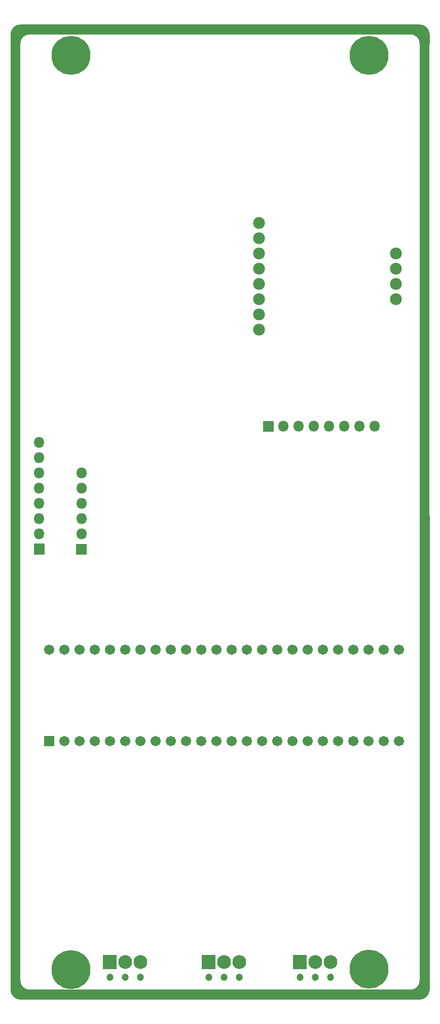
<source format=gbr>
%TF.GenerationSoftware,KiCad,Pcbnew,5.1.10*%
%TF.CreationDate,2021-10-08T11:52:48-05:00*%
%TF.ProjectId,FCB-Lite,4643422d-4c69-4746-952e-6b696361645f,A*%
%TF.SameCoordinates,Original*%
%TF.FileFunction,Soldermask,Bot*%
%TF.FilePolarity,Negative*%
%FSLAX46Y46*%
G04 Gerber Fmt 4.6, Leading zero omitted, Abs format (unit mm)*
G04 Created by KiCad (PCBNEW 5.1.10) date 2021-10-08 11:52:48*
%MOMM*%
%LPD*%
G01*
G04 APERTURE LIST*
%ADD10C,0.150000*%
%ADD11C,0.100000*%
%ADD12O,1.801600X1.801600*%
%ADD13C,1.701600*%
%ADD14C,1.981200*%
%ADD15C,1.201600*%
%ADD16C,2.301600*%
%ADD17C,0.901600*%
%ADD18C,6.501600*%
G04 APERTURE END LIST*
D10*
G36*
X100800000Y-185900000D02*
G01*
X99300000Y-185900000D01*
X99272400Y-26700000D01*
X100772400Y-26700000D01*
X100800000Y-185900000D01*
G37*
X100800000Y-185900000D02*
X99300000Y-185900000D01*
X99272400Y-26700000D01*
X100772400Y-26700000D01*
X100800000Y-185900000D01*
X32550000Y-25100000D02*
G75*
G03*
X30950000Y-26700000I0J-1600000D01*
G01*
G36*
X99600000Y-25200000D02*
G01*
X100200000Y-25500000D01*
X100500000Y-25900000D01*
X100700000Y-26300000D01*
X100800000Y-26700000D01*
X100800000Y-28200000D01*
X99300000Y-28200000D01*
X99200000Y-27600000D01*
X99000000Y-27200000D01*
X98700000Y-26900000D01*
X98300000Y-26700000D01*
X97800000Y-26600000D01*
X97800000Y-25100000D01*
X99200000Y-25100000D01*
X99600000Y-25200000D01*
G37*
X99600000Y-25200000D02*
X100200000Y-25500000D01*
X100500000Y-25900000D01*
X100700000Y-26300000D01*
X100800000Y-26700000D01*
X100800000Y-28200000D01*
X99300000Y-28200000D01*
X99200000Y-27600000D01*
X99000000Y-27200000D01*
X98700000Y-26900000D01*
X98300000Y-26700000D01*
X97800000Y-26600000D01*
X97800000Y-25100000D01*
X99200000Y-25100000D01*
X99600000Y-25200000D01*
X30950000Y-185900000D02*
G75*
G03*
X32550000Y-187500000I1600000J0D01*
G01*
G36*
X32550000Y-185000000D02*
G01*
X32750000Y-185400000D01*
X33050000Y-185700000D01*
X33450000Y-185900000D01*
X33950000Y-186000000D01*
X33950000Y-187500000D01*
X32550000Y-187500000D01*
X32150000Y-187400000D01*
X31550000Y-187100000D01*
X31250000Y-186700000D01*
X31050000Y-186300000D01*
X30950000Y-185900000D01*
X30950000Y-184400000D01*
X32450000Y-184400000D01*
X32550000Y-185000000D01*
G37*
X32550000Y-185000000D02*
X32750000Y-185400000D01*
X33050000Y-185700000D01*
X33450000Y-185900000D01*
X33950000Y-186000000D01*
X33950000Y-187500000D01*
X32550000Y-187500000D01*
X32150000Y-187400000D01*
X31550000Y-187100000D01*
X31250000Y-186700000D01*
X31050000Y-186300000D01*
X30950000Y-185900000D01*
X30950000Y-184400000D01*
X32450000Y-184400000D01*
X32550000Y-185000000D01*
X34050000Y-26600000D02*
G75*
G03*
X32450000Y-28200000I0J-1600000D01*
G01*
D11*
G36*
X100800000Y-185900000D02*
G01*
X100700000Y-186300000D01*
X100500000Y-186700000D01*
X100200000Y-187100000D01*
X99600000Y-187400000D01*
X99200000Y-187500000D01*
X97800000Y-187500000D01*
X97800000Y-186000000D01*
X98300000Y-185900000D01*
X98700000Y-185700000D01*
X99000000Y-185400000D01*
X99200000Y-185000000D01*
X99300000Y-184400000D01*
X100800000Y-184400000D01*
X100800000Y-185900000D01*
G37*
X100800000Y-185900000D02*
X100700000Y-186300000D01*
X100500000Y-186700000D01*
X100200000Y-187100000D01*
X99600000Y-187400000D01*
X99200000Y-187500000D01*
X97800000Y-187500000D01*
X97800000Y-186000000D01*
X98300000Y-185900000D01*
X98700000Y-185700000D01*
X99000000Y-185400000D01*
X99200000Y-185000000D01*
X99300000Y-184400000D01*
X100800000Y-184400000D01*
X100800000Y-185900000D01*
D10*
G36*
X99250000Y-187500000D02*
G01*
X32550000Y-187500000D01*
X32550000Y-186000000D01*
X99250000Y-186000000D01*
X99250000Y-187500000D01*
G37*
X99250000Y-187500000D02*
X32550000Y-187500000D01*
X32550000Y-186000000D01*
X99250000Y-186000000D01*
X99250000Y-187500000D01*
X100800000Y-26700000D02*
G75*
G03*
X99200000Y-25100000I-1600000J0D01*
G01*
G36*
X32450000Y-185900000D02*
G01*
X30950000Y-185900000D01*
X30950000Y-26700000D01*
X32450000Y-26700000D01*
X32450000Y-185900000D01*
G37*
X32450000Y-185900000D02*
X30950000Y-185900000D01*
X30950000Y-26700000D01*
X32450000Y-26700000D01*
X32450000Y-185900000D01*
G36*
X99250000Y-26600000D02*
G01*
X34050000Y-26600000D01*
X34050000Y-25100000D01*
X99250000Y-25100000D01*
X99250000Y-26600000D01*
G37*
X99250000Y-26600000D02*
X34050000Y-26600000D01*
X34050000Y-25100000D01*
X99250000Y-25100000D01*
X99250000Y-26600000D01*
X99300000Y-184400000D02*
G75*
G02*
X97700000Y-186000000I-1600000J0D01*
G01*
X99300000Y-28200000D02*
G75*
G03*
X97700000Y-26600000I-1600000J0D01*
G01*
X32450000Y-184400000D02*
G75*
G03*
X34050000Y-186000000I1600000J0D01*
G01*
G36*
X34050000Y-26600000D02*
G01*
X33450000Y-26700000D01*
X33050000Y-26900000D01*
X32750000Y-27200000D01*
X32550000Y-27600000D01*
X32450000Y-28100000D01*
X30950000Y-28100000D01*
X30950000Y-26700000D01*
X31050000Y-26300000D01*
X31350000Y-25700000D01*
X31750000Y-25400000D01*
X32150000Y-25200000D01*
X32550000Y-25100000D01*
X34050000Y-25100000D01*
X34050000Y-26600000D01*
G37*
X34050000Y-26600000D02*
X33450000Y-26700000D01*
X33050000Y-26900000D01*
X32750000Y-27200000D01*
X32550000Y-27600000D01*
X32450000Y-28100000D01*
X30950000Y-28100000D01*
X30950000Y-26700000D01*
X31050000Y-26300000D01*
X31350000Y-25700000D01*
X31750000Y-25400000D01*
X32150000Y-25200000D01*
X32550000Y-25100000D01*
X34050000Y-25100000D01*
X34050000Y-26600000D01*
X100800000Y-185900000D02*
G75*
G02*
X99200000Y-187500000I-1600000J0D01*
G01*
D12*
%TO.C,J203*%
X35660000Y-94690000D03*
X35660000Y-97230000D03*
X35660000Y-99770000D03*
X35660000Y-102310000D03*
X35660000Y-104850000D03*
X35660000Y-107390000D03*
X35660000Y-109930000D03*
G36*
G01*
X36560800Y-111620000D02*
X36560800Y-113320000D01*
G75*
G02*
X36510000Y-113370800I-50800J0D01*
G01*
X34810000Y-113370800D01*
G75*
G02*
X34759200Y-113320000I0J50800D01*
G01*
X34759200Y-111620000D01*
G75*
G02*
X34810000Y-111569200I50800J0D01*
G01*
X36510000Y-111569200D01*
G75*
G02*
X36560800Y-111620000I0J-50800D01*
G01*
G37*
%TD*%
%TO.C,J202*%
X91730000Y-92000000D03*
X89190000Y-92000000D03*
X86650000Y-92000000D03*
X84110000Y-92000000D03*
X81570000Y-92000000D03*
X79030000Y-92000000D03*
X76490000Y-92000000D03*
G36*
G01*
X74800000Y-92900800D02*
X73100000Y-92900800D01*
G75*
G02*
X73049200Y-92850000I0J50800D01*
G01*
X73049200Y-91150000D01*
G75*
G02*
X73100000Y-91099200I50800J0D01*
G01*
X74800000Y-91099200D01*
G75*
G02*
X74850800Y-91150000I0J-50800D01*
G01*
X74850800Y-92850000D01*
G75*
G02*
X74800000Y-92900800I-50800J0D01*
G01*
G37*
%TD*%
%TO.C,J201*%
X42736000Y-99800000D03*
X42736000Y-102340000D03*
X42736000Y-104880000D03*
X42736000Y-107420000D03*
X42736000Y-109960000D03*
G36*
G01*
X43636800Y-111650000D02*
X43636800Y-113350000D01*
G75*
G02*
X43586000Y-113400800I-50800J0D01*
G01*
X41886000Y-113400800D01*
G75*
G02*
X41835200Y-113350000I0J50800D01*
G01*
X41835200Y-111650000D01*
G75*
G02*
X41886000Y-111599200I50800J0D01*
G01*
X43586000Y-111599200D01*
G75*
G02*
X43636800Y-111650000I0J-50800D01*
G01*
G37*
%TD*%
D13*
%TO.C,U1*%
X77940000Y-144480000D03*
X80480000Y-144480000D03*
X83020000Y-144480000D03*
X85560000Y-144480000D03*
X75400000Y-144480000D03*
X72860000Y-144480000D03*
X70320000Y-144480000D03*
X88100000Y-144480000D03*
X90640000Y-144480000D03*
X93180000Y-144480000D03*
X95720000Y-144480000D03*
X95720000Y-129240000D03*
X93180000Y-129240000D03*
X90640000Y-129240000D03*
X88100000Y-129240000D03*
X85560000Y-129240000D03*
X83020000Y-129240000D03*
X80480000Y-129240000D03*
X77940000Y-129240000D03*
X75400000Y-129240000D03*
X72860000Y-129240000D03*
X67780000Y-144480000D03*
X65240000Y-144480000D03*
X62700000Y-144480000D03*
X60160000Y-144480000D03*
X57620000Y-144480000D03*
X55080000Y-144480000D03*
X52540000Y-144480000D03*
X50000000Y-144480000D03*
X47460000Y-144480000D03*
X44920000Y-144480000D03*
X42380000Y-144480000D03*
X39840000Y-144480000D03*
G36*
G01*
X36449200Y-145280000D02*
X36449200Y-143680000D01*
G75*
G02*
X36500000Y-143629200I50800J0D01*
G01*
X38100000Y-143629200D01*
G75*
G02*
X38150800Y-143680000I0J-50800D01*
G01*
X38150800Y-145280000D01*
G75*
G02*
X38100000Y-145330800I-50800J0D01*
G01*
X36500000Y-145330800D01*
G75*
G02*
X36449200Y-145280000I0J50800D01*
G01*
G37*
X70320000Y-129240000D03*
X67780000Y-129240000D03*
X65240000Y-129240000D03*
X62700000Y-129240000D03*
X60160000Y-129240000D03*
X57620000Y-129240000D03*
X55080000Y-129240000D03*
X52540000Y-129240000D03*
X50000000Y-129240000D03*
X47460000Y-129240000D03*
X44920000Y-129240000D03*
X42380000Y-129240000D03*
X39840000Y-129240000D03*
X37300000Y-129240000D03*
%TD*%
D14*
%TO.C,U105*%
X72351000Y-58155500D03*
X72351000Y-60695600D03*
X72351000Y-63235700D03*
X72351000Y-65775800D03*
X72351000Y-68315900D03*
X72351000Y-70856000D03*
X72351000Y-73396100D03*
X72351000Y-75936200D03*
X95211000Y-63235500D03*
X95211000Y-65775500D03*
X95211000Y-68315500D03*
X95211000Y-70855500D03*
%TD*%
D15*
%TO.C,J109*%
X84290000Y-183850000D03*
D16*
X84290000Y-181310000D03*
D15*
X81750000Y-183850000D03*
D16*
X81750000Y-181310000D03*
D15*
X79210000Y-183850000D03*
G36*
G01*
X78059200Y-182410000D02*
X78059200Y-180210000D01*
G75*
G02*
X78110000Y-180159200I50800J0D01*
G01*
X80310000Y-180159200D01*
G75*
G02*
X80360800Y-180210000I0J-50800D01*
G01*
X80360800Y-182410000D01*
G75*
G02*
X80310000Y-182460800I-50800J0D01*
G01*
X78110000Y-182460800D01*
G75*
G02*
X78059200Y-182410000I0J50800D01*
G01*
G37*
%TD*%
%TO.C,J108*%
X69050000Y-183850000D03*
D16*
X69050000Y-181310000D03*
D15*
X66510000Y-183850000D03*
D16*
X66510000Y-181310000D03*
D15*
X63970000Y-183850000D03*
G36*
G01*
X62819200Y-182410000D02*
X62819200Y-180210000D01*
G75*
G02*
X62870000Y-180159200I50800J0D01*
G01*
X65070000Y-180159200D01*
G75*
G02*
X65120800Y-180210000I0J-50800D01*
G01*
X65120800Y-182410000D01*
G75*
G02*
X65070000Y-182460800I-50800J0D01*
G01*
X62870000Y-182460800D01*
G75*
G02*
X62819200Y-182410000I0J50800D01*
G01*
G37*
%TD*%
%TO.C,J107*%
X52540000Y-183850000D03*
D16*
X52540000Y-181310000D03*
D15*
X50000000Y-183850000D03*
D16*
X50000000Y-181310000D03*
D15*
X47460000Y-183850000D03*
G36*
G01*
X46309200Y-182410000D02*
X46309200Y-180210000D01*
G75*
G02*
X46360000Y-180159200I50800J0D01*
G01*
X48560000Y-180159200D01*
G75*
G02*
X48610800Y-180210000I0J-50800D01*
G01*
X48610800Y-182410000D01*
G75*
G02*
X48560000Y-182460800I-50800J0D01*
G01*
X46360000Y-182460800D01*
G75*
G02*
X46309200Y-182410000I0J50800D01*
G01*
G37*
%TD*%
D17*
%TO.C,REF\u002A\u002A*%
X42647056Y-28402944D03*
X40950000Y-27700000D03*
X39252944Y-28402944D03*
X38550000Y-30100000D03*
X39252944Y-31797056D03*
X40950000Y-32500000D03*
X42647056Y-31797056D03*
X43350000Y-30100000D03*
D18*
X40950000Y-30150800D03*
%TD*%
D17*
%TO.C,REF\u002A\u002A*%
X92497056Y-28402944D03*
X90800000Y-27700000D03*
X89102944Y-28402944D03*
X88400000Y-30100000D03*
X89102944Y-31797056D03*
X90800000Y-32500000D03*
X92497056Y-31797056D03*
X93200000Y-30100000D03*
D18*
X90800000Y-30150800D03*
%TD*%
D17*
%TO.C,REF\u002A\u002A*%
X42647056Y-180802944D03*
X40950000Y-180100000D03*
X39252944Y-180802944D03*
X38550000Y-182500000D03*
X39252944Y-184197056D03*
X40950000Y-184900000D03*
X42647056Y-184197056D03*
X43350000Y-182500000D03*
D18*
X40950000Y-182550800D03*
%TD*%
D17*
%TO.C,REF\u002A\u002A*%
X92497056Y-180752144D03*
X90800000Y-180049200D03*
X89102944Y-180752144D03*
X88400000Y-182449200D03*
X89102944Y-184146256D03*
X90800000Y-184849200D03*
X92497056Y-184146256D03*
X93200000Y-182449200D03*
D18*
X90800000Y-182500000D03*
%TD*%
M02*

</source>
